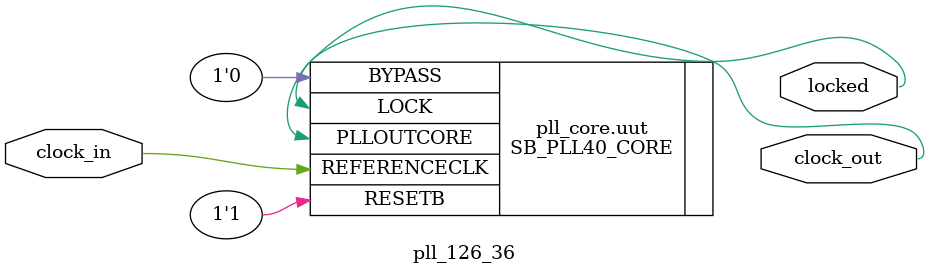
<source format=v>
module pll_126_36 #(
    parameter ICE40_PAD = 0
) (
	input  clock_in,
	output clock_out,
	output locked
);

/**
 * PLL configuration
 *
 * This Verilog module was generated automatically
 * using the icepll tool from the IceStorm project.
 * Use at your own risk.
 *
 * Given input frequency:       126.000 MHz
 * Requested output frequency:   36.000 MHz
 * Achieved output frequency:    36.000 MHz
 */

generate
if (ICE40_PAD) begin: pll_pad

SB_PLL40_PAD #(
      .FEEDBACK_PATH("SIMPLE"),
      .PLLOUT_SELECT("GENCLK"),
      .DIVR(4'b0110),      // DIVR =  6
      .DIVF(7'b0011111),   // DIVF = 31
      .DIVQ(3'b100),    // DIVQ =  4
      .FILTER_RANGE(3'b010)   // FILTER_RANGE = 2
   ) uut (
      .LOCK(locked),
      .RESETB(1'b1),
      .BYPASS(1'b0),
      .PACKAGEPIN(clock_in),
      .PLLOUTCORE(clock_out)
      );

end else begin: pll_core

SB_PLL40_CORE #(
      .FEEDBACK_PATH("SIMPLE"),
      .PLLOUT_SELECT("GENCLK"),
      .DIVR(4'b0110),      // DIVR =  6
      .DIVF(7'b0011111),   // DIVF = 31
      .DIVQ(3'b100),    // DIVQ =  4
      .FILTER_RANGE(3'b010)   // FILTER_RANGE = 2
   ) uut (
      .LOCK(locked),
      .RESETB(1'b1),
      .BYPASS(1'b0),
      .REFERENCECLK(clock_in),
      .PLLOUTCORE(clock_out)
      );

end
endgenerate

endmodule

</source>
